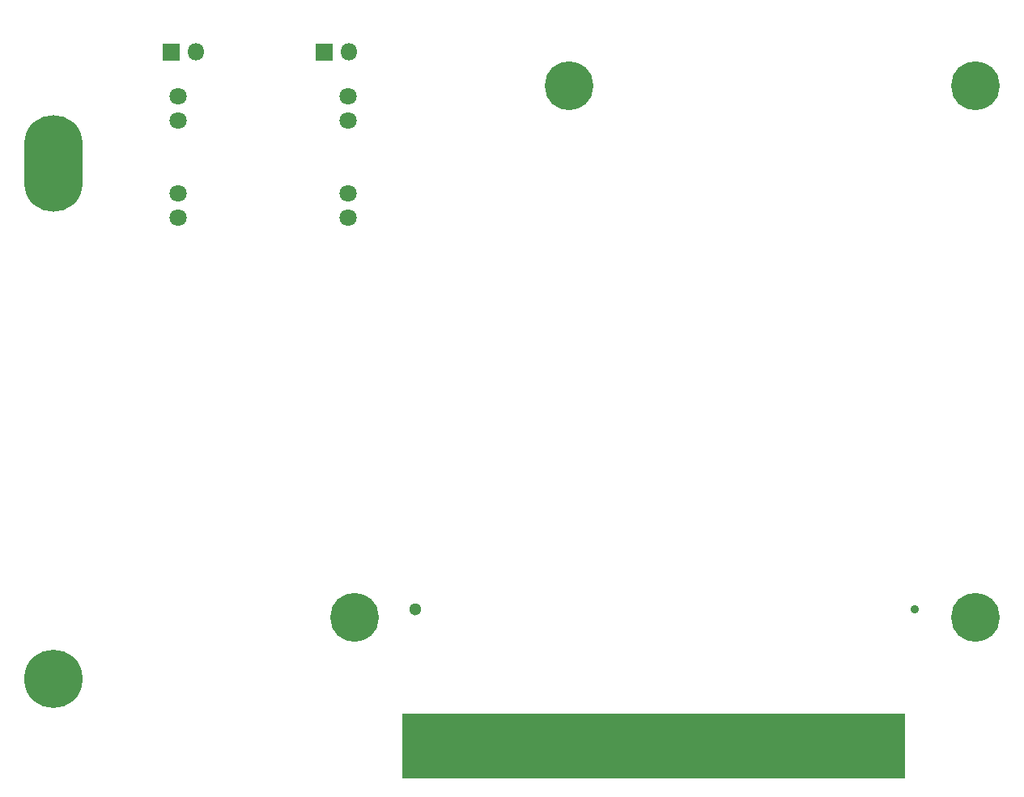
<source format=gbs>
%TF.GenerationSoftware,KiCad,Pcbnew,(5.1.9)-1*%
%TF.CreationDate,2021-07-12T14:29:21+08:00*%
%TF.ProjectId,V1-10x10,56312d31-3078-4313-902e-6b696361645f,rev?*%
%TF.SameCoordinates,Original*%
%TF.FileFunction,Soldermask,Bot*%
%TF.FilePolarity,Negative*%
%FSLAX46Y46*%
G04 Gerber Fmt 4.6, Leading zero omitted, Abs format (unit mm)*
G04 Created by KiCad (PCBNEW (5.1.9)-1) date 2021-07-12 14:29:21*
%MOMM*%
%LPD*%
G01*
G04 APERTURE LIST*
%ADD10C,0.100000*%
%ADD11O,6.100000X10.100000*%
%ADD12C,6.100000*%
%ADD13C,5.100000*%
%ADD14C,1.300000*%
%ADD15C,0.900000*%
%ADD16O,1.800000X1.800000*%
%ADD17C,1.800000*%
G04 APERTURE END LIST*
D10*
G36*
X184750000Y-135000000D02*
G01*
X132250000Y-135000000D01*
X132250000Y-128350000D01*
X184750000Y-128350000D01*
X184750000Y-135000000D01*
G37*
X184750000Y-135000000D02*
X132250000Y-135000000D01*
X132250000Y-128350000D01*
X184750000Y-128350000D01*
X184750000Y-135000000D01*
G36*
G01*
X183250000Y-132700000D02*
X183250000Y-128400000D01*
G75*
G02*
X183300000Y-128350000I50000J0D01*
G01*
X184000000Y-128350000D01*
G75*
G02*
X184050000Y-128400000I0J-50000D01*
G01*
X184050000Y-132700000D01*
G75*
G02*
X184000000Y-132750000I-50000J0D01*
G01*
X183300000Y-132750000D01*
G75*
G02*
X183250000Y-132700000I0J50000D01*
G01*
G37*
G36*
G01*
X182250000Y-132700000D02*
X182250000Y-128400000D01*
G75*
G02*
X182300000Y-128350000I50000J0D01*
G01*
X183000000Y-128350000D01*
G75*
G02*
X183050000Y-128400000I0J-50000D01*
G01*
X183050000Y-132700000D01*
G75*
G02*
X183000000Y-132750000I-50000J0D01*
G01*
X182300000Y-132750000D01*
G75*
G02*
X182250000Y-132700000I0J50000D01*
G01*
G37*
G36*
G01*
X181250000Y-132700000D02*
X181250000Y-128400000D01*
G75*
G02*
X181300000Y-128350000I50000J0D01*
G01*
X182000000Y-128350000D01*
G75*
G02*
X182050000Y-128400000I0J-50000D01*
G01*
X182050000Y-132700000D01*
G75*
G02*
X182000000Y-132750000I-50000J0D01*
G01*
X181300000Y-132750000D01*
G75*
G02*
X181250000Y-132700000I0J50000D01*
G01*
G37*
G36*
G01*
X180250000Y-132700000D02*
X180250000Y-128400000D01*
G75*
G02*
X180300000Y-128350000I50000J0D01*
G01*
X181000000Y-128350000D01*
G75*
G02*
X181050000Y-128400000I0J-50000D01*
G01*
X181050000Y-132700000D01*
G75*
G02*
X181000000Y-132750000I-50000J0D01*
G01*
X180300000Y-132750000D01*
G75*
G02*
X180250000Y-132700000I0J50000D01*
G01*
G37*
G36*
G01*
X179250000Y-132700000D02*
X179250000Y-128400000D01*
G75*
G02*
X179300000Y-128350000I50000J0D01*
G01*
X180000000Y-128350000D01*
G75*
G02*
X180050000Y-128400000I0J-50000D01*
G01*
X180050000Y-132700000D01*
G75*
G02*
X180000000Y-132750000I-50000J0D01*
G01*
X179300000Y-132750000D01*
G75*
G02*
X179250000Y-132700000I0J50000D01*
G01*
G37*
G36*
G01*
X178250000Y-132700000D02*
X178250000Y-128400000D01*
G75*
G02*
X178300000Y-128350000I50000J0D01*
G01*
X179000000Y-128350000D01*
G75*
G02*
X179050000Y-128400000I0J-50000D01*
G01*
X179050000Y-132700000D01*
G75*
G02*
X179000000Y-132750000I-50000J0D01*
G01*
X178300000Y-132750000D01*
G75*
G02*
X178250000Y-132700000I0J50000D01*
G01*
G37*
G36*
G01*
X177250000Y-132700000D02*
X177250000Y-128400000D01*
G75*
G02*
X177300000Y-128350000I50000J0D01*
G01*
X178000000Y-128350000D01*
G75*
G02*
X178050000Y-128400000I0J-50000D01*
G01*
X178050000Y-132700000D01*
G75*
G02*
X178000000Y-132750000I-50000J0D01*
G01*
X177300000Y-132750000D01*
G75*
G02*
X177250000Y-132700000I0J50000D01*
G01*
G37*
G36*
G01*
X176250000Y-132700000D02*
X176250000Y-128400000D01*
G75*
G02*
X176300000Y-128350000I50000J0D01*
G01*
X177000000Y-128350000D01*
G75*
G02*
X177050000Y-128400000I0J-50000D01*
G01*
X177050000Y-132700000D01*
G75*
G02*
X177000000Y-132750000I-50000J0D01*
G01*
X176300000Y-132750000D01*
G75*
G02*
X176250000Y-132700000I0J50000D01*
G01*
G37*
G36*
G01*
X147250000Y-132700000D02*
X147250000Y-128400000D01*
G75*
G02*
X147300000Y-128350000I50000J0D01*
G01*
X148000000Y-128350000D01*
G75*
G02*
X148050000Y-128400000I0J-50000D01*
G01*
X148050000Y-132700000D01*
G75*
G02*
X148000000Y-132750000I-50000J0D01*
G01*
X147300000Y-132750000D01*
G75*
G02*
X147250000Y-132700000I0J50000D01*
G01*
G37*
G36*
G01*
X146250000Y-132700000D02*
X146250000Y-128400000D01*
G75*
G02*
X146300000Y-128350000I50000J0D01*
G01*
X147000000Y-128350000D01*
G75*
G02*
X147050000Y-128400000I0J-50000D01*
G01*
X147050000Y-132700000D01*
G75*
G02*
X147000000Y-132750000I-50000J0D01*
G01*
X146300000Y-132750000D01*
G75*
G02*
X146250000Y-132700000I0J50000D01*
G01*
G37*
G36*
G01*
X152250000Y-132700000D02*
X152250000Y-128400000D01*
G75*
G02*
X152300000Y-128350000I50000J0D01*
G01*
X153000000Y-128350000D01*
G75*
G02*
X153050000Y-128400000I0J-50000D01*
G01*
X153050000Y-132700000D01*
G75*
G02*
X153000000Y-132750000I-50000J0D01*
G01*
X152300000Y-132750000D01*
G75*
G02*
X152250000Y-132700000I0J50000D01*
G01*
G37*
G36*
G01*
X151250000Y-132700000D02*
X151250000Y-128400000D01*
G75*
G02*
X151300000Y-128350000I50000J0D01*
G01*
X152000000Y-128350000D01*
G75*
G02*
X152050000Y-128400000I0J-50000D01*
G01*
X152050000Y-132700000D01*
G75*
G02*
X152000000Y-132750000I-50000J0D01*
G01*
X151300000Y-132750000D01*
G75*
G02*
X151250000Y-132700000I0J50000D01*
G01*
G37*
G36*
G01*
X150250000Y-132700000D02*
X150250000Y-128400000D01*
G75*
G02*
X150300000Y-128350000I50000J0D01*
G01*
X151000000Y-128350000D01*
G75*
G02*
X151050000Y-128400000I0J-50000D01*
G01*
X151050000Y-132700000D01*
G75*
G02*
X151000000Y-132750000I-50000J0D01*
G01*
X150300000Y-132750000D01*
G75*
G02*
X150250000Y-132700000I0J50000D01*
G01*
G37*
G36*
G01*
X149250000Y-132700000D02*
X149250000Y-128400000D01*
G75*
G02*
X149300000Y-128350000I50000J0D01*
G01*
X150000000Y-128350000D01*
G75*
G02*
X150050000Y-128400000I0J-50000D01*
G01*
X150050000Y-132700000D01*
G75*
G02*
X150000000Y-132750000I-50000J0D01*
G01*
X149300000Y-132750000D01*
G75*
G02*
X149250000Y-132700000I0J50000D01*
G01*
G37*
G36*
G01*
X148250000Y-132700000D02*
X148250000Y-128400000D01*
G75*
G02*
X148300000Y-128350000I50000J0D01*
G01*
X149000000Y-128350000D01*
G75*
G02*
X149050000Y-128400000I0J-50000D01*
G01*
X149050000Y-132700000D01*
G75*
G02*
X149000000Y-132750000I-50000J0D01*
G01*
X148300000Y-132750000D01*
G75*
G02*
X148250000Y-132700000I0J50000D01*
G01*
G37*
G36*
G01*
X143250000Y-132700000D02*
X143250000Y-128400000D01*
G75*
G02*
X143300000Y-128350000I50000J0D01*
G01*
X144000000Y-128350000D01*
G75*
G02*
X144050000Y-128400000I0J-50000D01*
G01*
X144050000Y-132700000D01*
G75*
G02*
X144000000Y-132750000I-50000J0D01*
G01*
X143300000Y-132750000D01*
G75*
G02*
X143250000Y-132700000I0J50000D01*
G01*
G37*
G36*
G01*
X142250000Y-132700000D02*
X142250000Y-128400000D01*
G75*
G02*
X142300000Y-128350000I50000J0D01*
G01*
X143000000Y-128350000D01*
G75*
G02*
X143050000Y-128400000I0J-50000D01*
G01*
X143050000Y-132700000D01*
G75*
G02*
X143000000Y-132750000I-50000J0D01*
G01*
X142300000Y-132750000D01*
G75*
G02*
X142250000Y-132700000I0J50000D01*
G01*
G37*
G36*
G01*
X141250000Y-132700000D02*
X141250000Y-128400000D01*
G75*
G02*
X141300000Y-128350000I50000J0D01*
G01*
X142000000Y-128350000D01*
G75*
G02*
X142050000Y-128400000I0J-50000D01*
G01*
X142050000Y-132700000D01*
G75*
G02*
X142000000Y-132750000I-50000J0D01*
G01*
X141300000Y-132750000D01*
G75*
G02*
X141250000Y-132700000I0J50000D01*
G01*
G37*
G36*
G01*
X140250000Y-132700000D02*
X140250000Y-128400000D01*
G75*
G02*
X140300000Y-128350000I50000J0D01*
G01*
X141000000Y-128350000D01*
G75*
G02*
X141050000Y-128400000I0J-50000D01*
G01*
X141050000Y-132700000D01*
G75*
G02*
X141000000Y-132750000I-50000J0D01*
G01*
X140300000Y-132750000D01*
G75*
G02*
X140250000Y-132700000I0J50000D01*
G01*
G37*
G36*
G01*
X139250000Y-132700000D02*
X139250000Y-128400000D01*
G75*
G02*
X139300000Y-128350000I50000J0D01*
G01*
X140000000Y-128350000D01*
G75*
G02*
X140050000Y-128400000I0J-50000D01*
G01*
X140050000Y-132700000D01*
G75*
G02*
X140000000Y-132750000I-50000J0D01*
G01*
X139300000Y-132750000D01*
G75*
G02*
X139250000Y-132700000I0J50000D01*
G01*
G37*
G36*
G01*
X138250000Y-132700000D02*
X138250000Y-128400000D01*
G75*
G02*
X138300000Y-128350000I50000J0D01*
G01*
X139000000Y-128350000D01*
G75*
G02*
X139050000Y-128400000I0J-50000D01*
G01*
X139050000Y-132700000D01*
G75*
G02*
X139000000Y-132750000I-50000J0D01*
G01*
X138300000Y-132750000D01*
G75*
G02*
X138250000Y-132700000I0J50000D01*
G01*
G37*
G36*
G01*
X137250000Y-132700000D02*
X137250000Y-128400000D01*
G75*
G02*
X137300000Y-128350000I50000J0D01*
G01*
X138000000Y-128350000D01*
G75*
G02*
X138050000Y-128400000I0J-50000D01*
G01*
X138050000Y-132700000D01*
G75*
G02*
X138000000Y-132750000I-50000J0D01*
G01*
X137300000Y-132750000D01*
G75*
G02*
X137250000Y-132700000I0J50000D01*
G01*
G37*
G36*
G01*
X136250000Y-132700000D02*
X136250000Y-128400000D01*
G75*
G02*
X136300000Y-128350000I50000J0D01*
G01*
X137000000Y-128350000D01*
G75*
G02*
X137050000Y-128400000I0J-50000D01*
G01*
X137050000Y-132700000D01*
G75*
G02*
X137000000Y-132750000I-50000J0D01*
G01*
X136300000Y-132750000D01*
G75*
G02*
X136250000Y-132700000I0J50000D01*
G01*
G37*
G36*
G01*
X135250000Y-132700000D02*
X135250000Y-128400000D01*
G75*
G02*
X135300000Y-128350000I50000J0D01*
G01*
X136000000Y-128350000D01*
G75*
G02*
X136050000Y-128400000I0J-50000D01*
G01*
X136050000Y-132700000D01*
G75*
G02*
X136000000Y-132750000I-50000J0D01*
G01*
X135300000Y-132750000D01*
G75*
G02*
X135250000Y-132700000I0J50000D01*
G01*
G37*
G36*
G01*
X134250000Y-132700000D02*
X134250000Y-128400000D01*
G75*
G02*
X134300000Y-128350000I50000J0D01*
G01*
X135000000Y-128350000D01*
G75*
G02*
X135050000Y-128400000I0J-50000D01*
G01*
X135050000Y-132700000D01*
G75*
G02*
X135000000Y-132750000I-50000J0D01*
G01*
X134300000Y-132750000D01*
G75*
G02*
X134250000Y-132700000I0J50000D01*
G01*
G37*
G36*
G01*
X133250000Y-131600000D02*
X133250000Y-128400000D01*
G75*
G02*
X133300000Y-128350000I50000J0D01*
G01*
X134000000Y-128350000D01*
G75*
G02*
X134050000Y-128400000I0J-50000D01*
G01*
X134050000Y-131600000D01*
G75*
G02*
X134000000Y-131650000I-50000J0D01*
G01*
X133300000Y-131650000D01*
G75*
G02*
X133250000Y-131600000I0J50000D01*
G01*
G37*
G36*
G01*
X153250000Y-132700000D02*
X153250000Y-128400000D01*
G75*
G02*
X153300000Y-128350000I50000J0D01*
G01*
X154000000Y-128350000D01*
G75*
G02*
X154050000Y-128400000I0J-50000D01*
G01*
X154050000Y-132700000D01*
G75*
G02*
X154000000Y-132750000I-50000J0D01*
G01*
X153300000Y-132750000D01*
G75*
G02*
X153250000Y-132700000I0J50000D01*
G01*
G37*
G36*
G01*
X154250000Y-132700000D02*
X154250000Y-128400000D01*
G75*
G02*
X154300000Y-128350000I50000J0D01*
G01*
X155000000Y-128350000D01*
G75*
G02*
X155050000Y-128400000I0J-50000D01*
G01*
X155050000Y-132700000D01*
G75*
G02*
X155000000Y-132750000I-50000J0D01*
G01*
X154300000Y-132750000D01*
G75*
G02*
X154250000Y-132700000I0J50000D01*
G01*
G37*
G36*
G01*
X155250000Y-132700000D02*
X155250000Y-128400000D01*
G75*
G02*
X155300000Y-128350000I50000J0D01*
G01*
X156000000Y-128350000D01*
G75*
G02*
X156050000Y-128400000I0J-50000D01*
G01*
X156050000Y-132700000D01*
G75*
G02*
X156000000Y-132750000I-50000J0D01*
G01*
X155300000Y-132750000D01*
G75*
G02*
X155250000Y-132700000I0J50000D01*
G01*
G37*
G36*
G01*
X156250000Y-132700000D02*
X156250000Y-128400000D01*
G75*
G02*
X156300000Y-128350000I50000J0D01*
G01*
X157000000Y-128350000D01*
G75*
G02*
X157050000Y-128400000I0J-50000D01*
G01*
X157050000Y-132700000D01*
G75*
G02*
X157000000Y-132750000I-50000J0D01*
G01*
X156300000Y-132750000D01*
G75*
G02*
X156250000Y-132700000I0J50000D01*
G01*
G37*
G36*
G01*
X157250000Y-132700000D02*
X157250000Y-128400000D01*
G75*
G02*
X157300000Y-128350000I50000J0D01*
G01*
X158000000Y-128350000D01*
G75*
G02*
X158050000Y-128400000I0J-50000D01*
G01*
X158050000Y-132700000D01*
G75*
G02*
X158000000Y-132750000I-50000J0D01*
G01*
X157300000Y-132750000D01*
G75*
G02*
X157250000Y-132700000I0J50000D01*
G01*
G37*
G36*
G01*
X158250000Y-132700000D02*
X158250000Y-128400000D01*
G75*
G02*
X158300000Y-128350000I50000J0D01*
G01*
X159000000Y-128350000D01*
G75*
G02*
X159050000Y-128400000I0J-50000D01*
G01*
X159050000Y-132700000D01*
G75*
G02*
X159000000Y-132750000I-50000J0D01*
G01*
X158300000Y-132750000D01*
G75*
G02*
X158250000Y-132700000I0J50000D01*
G01*
G37*
G36*
G01*
X159250000Y-132700000D02*
X159250000Y-128400000D01*
G75*
G02*
X159300000Y-128350000I50000J0D01*
G01*
X160000000Y-128350000D01*
G75*
G02*
X160050000Y-128400000I0J-50000D01*
G01*
X160050000Y-132700000D01*
G75*
G02*
X160000000Y-132750000I-50000J0D01*
G01*
X159300000Y-132750000D01*
G75*
G02*
X159250000Y-132700000I0J50000D01*
G01*
G37*
G36*
G01*
X160250000Y-132700000D02*
X160250000Y-128400000D01*
G75*
G02*
X160300000Y-128350000I50000J0D01*
G01*
X161000000Y-128350000D01*
G75*
G02*
X161050000Y-128400000I0J-50000D01*
G01*
X161050000Y-132700000D01*
G75*
G02*
X161000000Y-132750000I-50000J0D01*
G01*
X160300000Y-132750000D01*
G75*
G02*
X160250000Y-132700000I0J50000D01*
G01*
G37*
G36*
G01*
X161250000Y-132700000D02*
X161250000Y-128400000D01*
G75*
G02*
X161300000Y-128350000I50000J0D01*
G01*
X162000000Y-128350000D01*
G75*
G02*
X162050000Y-128400000I0J-50000D01*
G01*
X162050000Y-132700000D01*
G75*
G02*
X162000000Y-132750000I-50000J0D01*
G01*
X161300000Y-132750000D01*
G75*
G02*
X161250000Y-132700000I0J50000D01*
G01*
G37*
G36*
G01*
X162250000Y-132700000D02*
X162250000Y-128400000D01*
G75*
G02*
X162300000Y-128350000I50000J0D01*
G01*
X163000000Y-128350000D01*
G75*
G02*
X163050000Y-128400000I0J-50000D01*
G01*
X163050000Y-132700000D01*
G75*
G02*
X163000000Y-132750000I-50000J0D01*
G01*
X162300000Y-132750000D01*
G75*
G02*
X162250000Y-132700000I0J50000D01*
G01*
G37*
G36*
G01*
X163250000Y-132700000D02*
X163250000Y-128400000D01*
G75*
G02*
X163300000Y-128350000I50000J0D01*
G01*
X164000000Y-128350000D01*
G75*
G02*
X164050000Y-128400000I0J-50000D01*
G01*
X164050000Y-132700000D01*
G75*
G02*
X164000000Y-132750000I-50000J0D01*
G01*
X163300000Y-132750000D01*
G75*
G02*
X163250000Y-132700000I0J50000D01*
G01*
G37*
G36*
G01*
X164250000Y-132700000D02*
X164250000Y-128400000D01*
G75*
G02*
X164300000Y-128350000I50000J0D01*
G01*
X165000000Y-128350000D01*
G75*
G02*
X165050000Y-128400000I0J-50000D01*
G01*
X165050000Y-132700000D01*
G75*
G02*
X165000000Y-132750000I-50000J0D01*
G01*
X164300000Y-132750000D01*
G75*
G02*
X164250000Y-132700000I0J50000D01*
G01*
G37*
G36*
G01*
X165250000Y-132700000D02*
X165250000Y-128400000D01*
G75*
G02*
X165300000Y-128350000I50000J0D01*
G01*
X166000000Y-128350000D01*
G75*
G02*
X166050000Y-128400000I0J-50000D01*
G01*
X166050000Y-132700000D01*
G75*
G02*
X166000000Y-132750000I-50000J0D01*
G01*
X165300000Y-132750000D01*
G75*
G02*
X165250000Y-132700000I0J50000D01*
G01*
G37*
G36*
G01*
X166250000Y-132700000D02*
X166250000Y-128400000D01*
G75*
G02*
X166300000Y-128350000I50000J0D01*
G01*
X167000000Y-128350000D01*
G75*
G02*
X167050000Y-128400000I0J-50000D01*
G01*
X167050000Y-132700000D01*
G75*
G02*
X167000000Y-132750000I-50000J0D01*
G01*
X166300000Y-132750000D01*
G75*
G02*
X166250000Y-132700000I0J50000D01*
G01*
G37*
G36*
G01*
X167250000Y-132700000D02*
X167250000Y-128400000D01*
G75*
G02*
X167300000Y-128350000I50000J0D01*
G01*
X168000000Y-128350000D01*
G75*
G02*
X168050000Y-128400000I0J-50000D01*
G01*
X168050000Y-132700000D01*
G75*
G02*
X168000000Y-132750000I-50000J0D01*
G01*
X167300000Y-132750000D01*
G75*
G02*
X167250000Y-132700000I0J50000D01*
G01*
G37*
G36*
G01*
X168250000Y-132700000D02*
X168250000Y-128400000D01*
G75*
G02*
X168300000Y-128350000I50000J0D01*
G01*
X169000000Y-128350000D01*
G75*
G02*
X169050000Y-128400000I0J-50000D01*
G01*
X169050000Y-132700000D01*
G75*
G02*
X169000000Y-132750000I-50000J0D01*
G01*
X168300000Y-132750000D01*
G75*
G02*
X168250000Y-132700000I0J50000D01*
G01*
G37*
G36*
G01*
X169250000Y-132700000D02*
X169250000Y-128400000D01*
G75*
G02*
X169300000Y-128350000I50000J0D01*
G01*
X170000000Y-128350000D01*
G75*
G02*
X170050000Y-128400000I0J-50000D01*
G01*
X170050000Y-132700000D01*
G75*
G02*
X170000000Y-132750000I-50000J0D01*
G01*
X169300000Y-132750000D01*
G75*
G02*
X169250000Y-132700000I0J50000D01*
G01*
G37*
G36*
G01*
X170250000Y-132700000D02*
X170250000Y-128400000D01*
G75*
G02*
X170300000Y-128350000I50000J0D01*
G01*
X171000000Y-128350000D01*
G75*
G02*
X171050000Y-128400000I0J-50000D01*
G01*
X171050000Y-132700000D01*
G75*
G02*
X171000000Y-132750000I-50000J0D01*
G01*
X170300000Y-132750000D01*
G75*
G02*
X170250000Y-132700000I0J50000D01*
G01*
G37*
G36*
G01*
X171250000Y-132700000D02*
X171250000Y-128400000D01*
G75*
G02*
X171300000Y-128350000I50000J0D01*
G01*
X172000000Y-128350000D01*
G75*
G02*
X172050000Y-128400000I0J-50000D01*
G01*
X172050000Y-132700000D01*
G75*
G02*
X172000000Y-132750000I-50000J0D01*
G01*
X171300000Y-132750000D01*
G75*
G02*
X171250000Y-132700000I0J50000D01*
G01*
G37*
G36*
G01*
X172250000Y-132700000D02*
X172250000Y-128400000D01*
G75*
G02*
X172300000Y-128350000I50000J0D01*
G01*
X173000000Y-128350000D01*
G75*
G02*
X173050000Y-128400000I0J-50000D01*
G01*
X173050000Y-132700000D01*
G75*
G02*
X173000000Y-132750000I-50000J0D01*
G01*
X172300000Y-132750000D01*
G75*
G02*
X172250000Y-132700000I0J50000D01*
G01*
G37*
G36*
G01*
X173250000Y-132700000D02*
X173250000Y-128400000D01*
G75*
G02*
X173300000Y-128350000I50000J0D01*
G01*
X174000000Y-128350000D01*
G75*
G02*
X174050000Y-128400000I0J-50000D01*
G01*
X174050000Y-132700000D01*
G75*
G02*
X174000000Y-132750000I-50000J0D01*
G01*
X173300000Y-132750000D01*
G75*
G02*
X173250000Y-132700000I0J50000D01*
G01*
G37*
G36*
G01*
X174250000Y-132700000D02*
X174250000Y-128400000D01*
G75*
G02*
X174300000Y-128350000I50000J0D01*
G01*
X175000000Y-128350000D01*
G75*
G02*
X175050000Y-128400000I0J-50000D01*
G01*
X175050000Y-132700000D01*
G75*
G02*
X175000000Y-132750000I-50000J0D01*
G01*
X174300000Y-132750000D01*
G75*
G02*
X174250000Y-132700000I0J50000D01*
G01*
G37*
G36*
G01*
X175250000Y-132700000D02*
X175250000Y-128400000D01*
G75*
G02*
X175300000Y-128350000I50000J0D01*
G01*
X176000000Y-128350000D01*
G75*
G02*
X176050000Y-128400000I0J-50000D01*
G01*
X176050000Y-132700000D01*
G75*
G02*
X176000000Y-132750000I-50000J0D01*
G01*
X175300000Y-132750000D01*
G75*
G02*
X175250000Y-132700000I0J50000D01*
G01*
G37*
D11*
X95800000Y-70750000D03*
D12*
X95800000Y-124650001D03*
D13*
X192250000Y-118220000D03*
X192250000Y-62620000D03*
X149750000Y-62620000D03*
D14*
X133650000Y-117420000D03*
D15*
X185850000Y-117420000D03*
D13*
X127250000Y-118220000D03*
G36*
G01*
X124980000Y-59980000D02*
X123280000Y-59980000D01*
G75*
G02*
X123230000Y-59930000I0J50000D01*
G01*
X123230000Y-58230000D01*
G75*
G02*
X123280000Y-58180000I50000J0D01*
G01*
X124980000Y-58180000D01*
G75*
G02*
X125030000Y-58230000I0J-50000D01*
G01*
X125030000Y-59930000D01*
G75*
G02*
X124980000Y-59980000I-50000J0D01*
G01*
G37*
D16*
X126670000Y-59080000D03*
G36*
G01*
X108980000Y-59980000D02*
X107280000Y-59980000D01*
G75*
G02*
X107230000Y-59930000I0J50000D01*
G01*
X107230000Y-58230000D01*
G75*
G02*
X107280000Y-58180000I50000J0D01*
G01*
X108980000Y-58180000D01*
G75*
G02*
X109030000Y-58230000I0J-50000D01*
G01*
X109030000Y-59930000D01*
G75*
G02*
X108980000Y-59980000I-50000J0D01*
G01*
G37*
X110670000Y-59080000D03*
D17*
X126598000Y-76454000D03*
X126598000Y-73914000D03*
X126598000Y-63754000D03*
X126598000Y-66294000D03*
X108818000Y-66294000D03*
X108818000Y-63754000D03*
X108818000Y-76454000D03*
X108818000Y-73914000D03*
M02*

</source>
